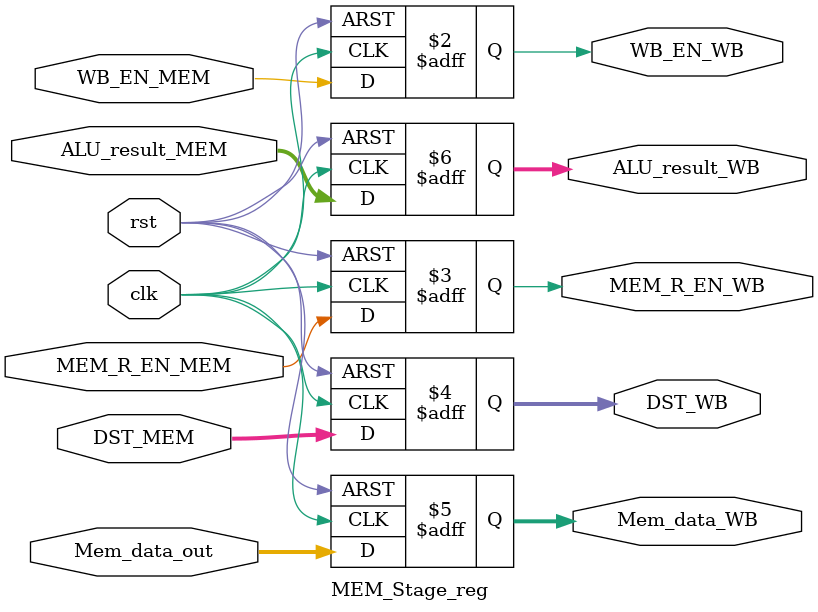
<source format=v>
module MEM_Stage_reg
	(
		input clk,
		input rst,
		input WB_EN_MEM,
		input MEM_R_EN_MEM,
		input [4:0]DST_MEM,
		input [31:0] Mem_data_out,
		input [31:0] ALU_result_MEM,

		output reg WB_EN_WB,
		output reg MEM_R_EN_WB,
		output reg [4:0] DST_WB,
		output reg [31:0] Mem_data_WB,
		output reg [31:0] ALU_result_WB
	);
	always@(posedge clk , posedge rst) 
	begin 
		if(rst)
			begin
				WB_EN_WB<=  1'b0;
				MEM_R_EN_WB<= 1'b0;
				DST_WB<= 5'b0;
				Mem_data_WB<= 32'b0 ;
				ALU_result_WB<= 32'b0;
		end
			
		else
			begin
				WB_EN_WB<=  WB_EN_MEM;
				MEM_R_EN_WB<= MEM_R_EN_MEM ;
				DST_WB<= DST_MEM ;
				Mem_data_WB<= Mem_data_out ;
				ALU_result_WB<= ALU_result_MEM ;
			end
	end

endmodule // MEM_Stage_reg
</source>
